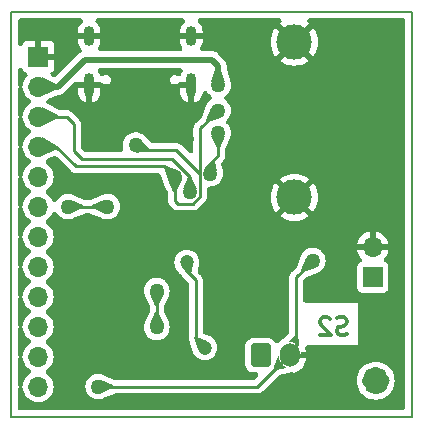
<source format=gbl>
%TF.GenerationSoftware,KiCad,Pcbnew,7.0.2*%
%TF.CreationDate,2025-03-07T15:38:25-05:00*%
%TF.ProjectId,2nPM1100,326e504d-3131-4303-902e-6b696361645f,rev?*%
%TF.SameCoordinates,Original*%
%TF.FileFunction,Copper,L2,Bot*%
%TF.FilePolarity,Positive*%
%FSLAX46Y46*%
G04 Gerber Fmt 4.6, Leading zero omitted, Abs format (unit mm)*
G04 Created by KiCad (PCBNEW 7.0.2) date 2025-03-07 15:38:25*
%MOMM*%
%LPD*%
G01*
G04 APERTURE LIST*
G04 Aperture macros list*
%AMRoundRect*
0 Rectangle with rounded corners*
0 $1 Rounding radius*
0 $2 $3 $4 $5 $6 $7 $8 $9 X,Y pos of 4 corners*
0 Add a 4 corners polygon primitive as box body*
4,1,4,$2,$3,$4,$5,$6,$7,$8,$9,$2,$3,0*
0 Add four circle primitives for the rounded corners*
1,1,$1+$1,$2,$3*
1,1,$1+$1,$4,$5*
1,1,$1+$1,$6,$7*
1,1,$1+$1,$8,$9*
0 Add four rect primitives between the rounded corners*
20,1,$1+$1,$2,$3,$4,$5,0*
20,1,$1+$1,$4,$5,$6,$7,0*
20,1,$1+$1,$6,$7,$8,$9,0*
20,1,$1+$1,$8,$9,$2,$3,0*%
G04 Aperture macros list end*
%TA.AperFunction,NonConductor*%
%ADD10C,0.200000*%
%TD*%
%TA.AperFunction,NonConductor*%
%ADD11C,1.150000*%
%TD*%
%ADD12C,0.300000*%
%TA.AperFunction,NonConductor*%
%ADD13C,0.300000*%
%TD*%
%TA.AperFunction,ComponentPad*%
%ADD14RoundRect,0.250000X-0.600000X-0.750000X0.600000X-0.750000X0.600000X0.750000X-0.600000X0.750000X0*%
%TD*%
%TA.AperFunction,ComponentPad*%
%ADD15O,1.700000X2.000000*%
%TD*%
%TA.AperFunction,ComponentPad*%
%ADD16R,1.700000X1.700000*%
%TD*%
%TA.AperFunction,ComponentPad*%
%ADD17O,1.700000X1.700000*%
%TD*%
%TA.AperFunction,ComponentPad*%
%ADD18C,3.000000*%
%TD*%
%TA.AperFunction,ComponentPad*%
%ADD19O,0.900000X2.000000*%
%TD*%
%TA.AperFunction,ComponentPad*%
%ADD20O,0.900000X1.700000*%
%TD*%
%TA.AperFunction,ViaPad*%
%ADD21C,1.270000*%
%TD*%
%TA.AperFunction,ViaPad*%
%ADD22C,1.200000*%
%TD*%
%TA.AperFunction,Conductor*%
%ADD23C,0.500000*%
%TD*%
%TA.AperFunction,Conductor*%
%ADD24C,0.250000*%
%TD*%
G04 APERTURE END LIST*
D10*
X111379000Y-66040000D02*
X111379000Y-100330000D01*
X111379000Y-100330000D02*
X77470000Y-100330000D01*
X77470000Y-66040000D02*
X111379000Y-66040000D01*
X77470000Y-100330000D02*
X77470000Y-66040000D01*
D11*
X108906000Y-97282000D02*
G75*
G03*
X108906000Y-97282000I-575000J0D01*
G01*
D12*
D13*
X105886285Y-93344000D02*
X105672000Y-93415428D01*
X105672000Y-93415428D02*
X105314857Y-93415428D01*
X105314857Y-93415428D02*
X105172000Y-93344000D01*
X105172000Y-93344000D02*
X105100571Y-93272571D01*
X105100571Y-93272571D02*
X105029142Y-93129714D01*
X105029142Y-93129714D02*
X105029142Y-92986857D01*
X105029142Y-92986857D02*
X105100571Y-92844000D01*
X105100571Y-92844000D02*
X105172000Y-92772571D01*
X105172000Y-92772571D02*
X105314857Y-92701142D01*
X105314857Y-92701142D02*
X105600571Y-92629714D01*
X105600571Y-92629714D02*
X105743428Y-92558285D01*
X105743428Y-92558285D02*
X105814857Y-92486857D01*
X105814857Y-92486857D02*
X105886285Y-92344000D01*
X105886285Y-92344000D02*
X105886285Y-92201142D01*
X105886285Y-92201142D02*
X105814857Y-92058285D01*
X105814857Y-92058285D02*
X105743428Y-91986857D01*
X105743428Y-91986857D02*
X105600571Y-91915428D01*
X105600571Y-91915428D02*
X105243428Y-91915428D01*
X105243428Y-91915428D02*
X105029142Y-91986857D01*
X104457714Y-92058285D02*
X104386286Y-91986857D01*
X104386286Y-91986857D02*
X104243429Y-91915428D01*
X104243429Y-91915428D02*
X103886286Y-91915428D01*
X103886286Y-91915428D02*
X103743429Y-91986857D01*
X103743429Y-91986857D02*
X103672000Y-92058285D01*
X103672000Y-92058285D02*
X103600571Y-92201142D01*
X103600571Y-92201142D02*
X103600571Y-92344000D01*
X103600571Y-92344000D02*
X103672000Y-92558285D01*
X103672000Y-92558285D02*
X104529143Y-93415428D01*
X104529143Y-93415428D02*
X103600571Y-93415428D01*
D14*
%TO.P,J1,1,Pin_1*%
%TO.N,Net-(J1-Pin_1)*%
X98592000Y-95123000D03*
D15*
%TO.P,J1,2,Pin_2*%
%TO.N,GND*%
X101092000Y-95123000D03*
%TD*%
D16*
%TO.P,J5,1,Pin_1*%
%TO.N,VSYS*%
X108077000Y-88524000D03*
D17*
%TO.P,J5,2,Pin_2*%
%TO.N,GND*%
X108077000Y-85984000D03*
%TD*%
D18*
%TO.P,J4,5,Shield*%
%TO.N,GND*%
X101440000Y-81754000D03*
X101440000Y-68614000D03*
%TD*%
D16*
%TO.P,J3,1,Pin_1*%
%TO.N,GND*%
X79756000Y-69850000D03*
D17*
%TO.P,J3,2,Pin_2*%
%TO.N,VBUS*%
X79756000Y-72390000D03*
%TO.P,J3,3,Pin_3*%
%TO.N,Net-(J3-Pin_3)*%
X79756000Y-74930000D03*
%TO.P,J3,4,Pin_4*%
%TO.N,Net-(J3-Pin_4)*%
X79756000Y-77470000D03*
%TO.P,J3,5,Pin_5*%
%TO.N,VOUTB*%
X79756000Y-80010000D03*
%TO.P,J3,6,Pin_6*%
X79756000Y-82550000D03*
%TO.P,J3,7,Pin_7*%
%TO.N,Net-(J3-Pin_7)*%
X79756000Y-85090000D03*
%TO.P,J3,8,Pin_8*%
%TO.N,SHPACT*%
X79756000Y-87630000D03*
%TO.P,J3,9,Pin_9*%
%TO.N,Net-(J3-Pin_9)*%
X79756000Y-90170000D03*
%TO.P,J3,10,Pin_10*%
%TO.N,CHG*%
X79756000Y-92710000D03*
%TO.P,J3,11,Pin_11*%
%TO.N,ERR*%
X79756000Y-95250000D03*
%TO.P,J3,12,Pin_12*%
%TO.N,Low_Batt*%
X79756000Y-97790000D03*
%TD*%
D19*
%TO.P,J2,S1,SHIELD*%
%TO.N,GND*%
X92712000Y-72288000D03*
D20*
X92712000Y-68118000D03*
D19*
X84072000Y-72288000D03*
D20*
X84072000Y-68118000D03*
%TD*%
D21*
%TO.N,VBUS*%
X94996000Y-72263000D03*
%TO.N,GND*%
X92329000Y-76835000D03*
X88011000Y-91567000D03*
X105029000Y-86995000D03*
X85471000Y-76962000D03*
%TO.N,VOUTB*%
X85598000Y-82550000D03*
X82296000Y-82550000D03*
%TO.N,Net-(J3-Pin_3)*%
X92583000Y-81280000D03*
X94331500Y-79756000D03*
X94996000Y-76327000D03*
%TO.N,Low_Batt*%
X102997000Y-87122000D03*
X84836000Y-97790000D03*
%TO.N,Net-(U1-SHPHLD)*%
X89789000Y-92771000D03*
X89789000Y-89662000D03*
%TO.N,Net-(J3-Pin_4)*%
X88011000Y-77343000D03*
X91313000Y-80010000D03*
X94966500Y-74422000D03*
D22*
%TO.N,Net-(U1-NTC)*%
X93853000Y-94488000D03*
X92329000Y-87249000D03*
%TD*%
D23*
%TO.N,VBUS*%
X81407000Y-72390000D02*
X83693000Y-70104000D01*
X94996000Y-70612000D02*
X94996000Y-72263000D01*
X79756000Y-72390000D02*
X81407000Y-72390000D01*
X94488000Y-70104000D02*
X94996000Y-70612000D01*
X83693000Y-70104000D02*
X94488000Y-70104000D01*
D24*
%TO.N,VOUTB*%
X82296000Y-82550000D02*
X85598000Y-82550000D01*
%TO.N,Net-(J3-Pin_3)*%
X94331500Y-79756000D02*
X94331500Y-79853500D01*
X94331500Y-78896500D02*
X94996000Y-78232000D01*
X91059000Y-78486000D02*
X83439000Y-78486000D01*
X94331500Y-79853500D02*
X94361000Y-79883000D01*
X92583000Y-81280000D02*
X92583000Y-80010000D01*
X92583000Y-80010000D02*
X91059000Y-78486000D01*
X94331500Y-79756000D02*
X94331500Y-78896500D01*
X82804000Y-77851000D02*
X82804000Y-75565000D01*
X83439000Y-78486000D02*
X82804000Y-77851000D01*
X82169000Y-74930000D02*
X79756000Y-74930000D01*
X82804000Y-75565000D02*
X82169000Y-74930000D01*
X94996000Y-78232000D02*
X94996000Y-76327000D01*
%TO.N,Low_Batt*%
X98298000Y-97790000D02*
X84836000Y-97790000D01*
X101600000Y-94488000D02*
X98298000Y-97790000D01*
X102997000Y-87122000D02*
X101600000Y-88519000D01*
X101600000Y-88519000D02*
X101600000Y-94488000D01*
%TO.N,Net-(U1-SHPHLD)*%
X89789000Y-92771000D02*
X89789000Y-89662000D01*
%TO.N,Net-(J3-Pin_4)*%
X91313000Y-82042000D02*
X91313000Y-80010000D01*
X93472000Y-75916500D02*
X93472000Y-81661000D01*
X93472000Y-81661000D02*
X92837000Y-82296000D01*
X88011000Y-77343000D02*
X88392000Y-77724000D01*
X90424000Y-79121000D02*
X82931000Y-79121000D01*
X88392000Y-77724000D02*
X91440000Y-77724000D01*
X81280000Y-77470000D02*
X79756000Y-77470000D01*
X91567000Y-82296000D02*
X91313000Y-82042000D01*
X91440000Y-77724000D02*
X93472000Y-79756000D01*
X82931000Y-79121000D02*
X81280000Y-77470000D01*
X94966500Y-74422000D02*
X93472000Y-75916500D01*
X91313000Y-80010000D02*
X90424000Y-79121000D01*
X92837000Y-82296000D02*
X91567000Y-82296000D01*
%TO.N,Net-(U1-NTC)*%
X93853000Y-94488000D02*
X93091000Y-93726000D01*
X93091000Y-93726000D02*
X93091000Y-88773000D01*
X93091000Y-88773000D02*
X92329000Y-88011000D01*
X92329000Y-88011000D02*
X92329000Y-87249000D01*
%TD*%
%TA.AperFunction,Conductor*%
%TO.N,Net-(J3-Pin_4)*%
G36*
X94390925Y-74183570D02*
G01*
X94962708Y-74419437D01*
X94969049Y-74425760D01*
X94969062Y-74425791D01*
X95204914Y-74997537D01*
X95204901Y-75006492D01*
X95198560Y-75012815D01*
X95198252Y-75012937D01*
X94163938Y-75405727D01*
X94154987Y-75405460D01*
X94151511Y-75403062D01*
X93985437Y-75236988D01*
X93982010Y-75228715D01*
X93982770Y-75224566D01*
X94375564Y-74190244D01*
X94381703Y-74183730D01*
X94390654Y-74183463D01*
X94390925Y-74183570D01*
G37*
%TD.AperFunction*%
%TD*%
%TA.AperFunction,Conductor*%
%TO.N,Net-(U1-SHPHLD)*%
G36*
X89914705Y-91504427D02*
G01*
X89917103Y-91507903D01*
X90370729Y-92517018D01*
X90370996Y-92525969D01*
X90364855Y-92532486D01*
X90364551Y-92532618D01*
X89793493Y-92770131D01*
X89784538Y-92770144D01*
X89784507Y-92770131D01*
X89517966Y-92659272D01*
X89213447Y-92532617D01*
X89207125Y-92526277D01*
X89207138Y-92517322D01*
X89207243Y-92517078D01*
X89660896Y-91507903D01*
X89667414Y-91501762D01*
X89671568Y-91501000D01*
X89906432Y-91501000D01*
X89914705Y-91504427D01*
G37*
%TD.AperFunction*%
%TD*%
%TA.AperFunction,Conductor*%
%TO.N,Low_Batt*%
G36*
X85089677Y-97208138D02*
G01*
X85089950Y-97208256D01*
X86099098Y-97661897D01*
X86105238Y-97668413D01*
X86106000Y-97672567D01*
X86106000Y-97907432D01*
X86102573Y-97915705D01*
X86099097Y-97918103D01*
X85089981Y-98371729D01*
X85081030Y-98371996D01*
X85074513Y-98365855D01*
X85074402Y-98365600D01*
X84836867Y-97794491D01*
X84836855Y-97785539D01*
X85074383Y-97214445D01*
X85080722Y-97208125D01*
X85089677Y-97208138D01*
G37*
%TD.AperFunction*%
%TD*%
%TA.AperFunction,Conductor*%
%TO.N,VOUTB*%
G36*
X85359486Y-81974144D02*
G01*
X85359618Y-81974448D01*
X85597131Y-82545506D01*
X85597144Y-82554461D01*
X85597131Y-82554492D01*
X85359618Y-83125551D01*
X85353277Y-83131874D01*
X85344322Y-83131861D01*
X85344018Y-83131729D01*
X84334903Y-82678103D01*
X84328762Y-82671586D01*
X84328000Y-82667432D01*
X84328000Y-82432567D01*
X84331427Y-82424294D01*
X84334899Y-82421898D01*
X85344020Y-81968269D01*
X85352969Y-81968003D01*
X85359486Y-81974144D01*
G37*
%TD.AperFunction*%
%TD*%
%TA.AperFunction,Conductor*%
%TO.N,Net-(U1-NTC)*%
G36*
X92335530Y-87251296D02*
G01*
X92874392Y-87474902D01*
X92880720Y-87481238D01*
X92881364Y-87488084D01*
X92727810Y-88228899D01*
X92724627Y-88234797D01*
X92559155Y-88400269D01*
X92550882Y-88403696D01*
X92542609Y-88400269D01*
X92542087Y-88399712D01*
X91911952Y-87681488D01*
X91909072Y-87673009D01*
X91912458Y-87665515D01*
X92322761Y-87253842D01*
X92331026Y-87250403D01*
X92335530Y-87251296D01*
G37*
%TD.AperFunction*%
%TD*%
%TA.AperFunction,Conductor*%
%TO.N,VBUS*%
G36*
X80091818Y-71609833D02*
G01*
X80092425Y-71610105D01*
X81263098Y-72177716D01*
X81266266Y-72179970D01*
X81606090Y-72519794D01*
X81609517Y-72528067D01*
X81606090Y-72536340D01*
X81602333Y-72538860D01*
X80092101Y-73170770D01*
X80083146Y-73170802D01*
X80076792Y-73164493D01*
X80076780Y-73164466D01*
X79757154Y-72395188D01*
X79757146Y-72386239D01*
X80076530Y-71616156D01*
X80082863Y-71609829D01*
X80091818Y-71609833D01*
G37*
%TD.AperFunction*%
%TD*%
%TA.AperFunction,Conductor*%
%TO.N,Net-(J3-Pin_4)*%
G36*
X91888552Y-80248382D02*
G01*
X91894874Y-80254722D01*
X91894861Y-80263677D01*
X91894729Y-80263981D01*
X91441103Y-81273097D01*
X91434586Y-81279238D01*
X91430432Y-81280000D01*
X91195568Y-81280000D01*
X91187295Y-81276573D01*
X91184897Y-81273097D01*
X90731270Y-80263981D01*
X90731003Y-80255030D01*
X90737144Y-80248513D01*
X90737375Y-80248412D01*
X91308508Y-80010867D01*
X91317460Y-80010855D01*
X91888552Y-80248382D01*
G37*
%TD.AperFunction*%
%TD*%
%TA.AperFunction,Conductor*%
%TO.N,Net-(U1-SHPHLD)*%
G36*
X90364552Y-89900382D02*
G01*
X90370874Y-89906722D01*
X90370861Y-89915677D01*
X90370729Y-89915981D01*
X89917103Y-90925097D01*
X89910586Y-90931238D01*
X89906432Y-90932000D01*
X89671568Y-90932000D01*
X89663295Y-90928573D01*
X89660897Y-90925097D01*
X89207270Y-89915981D01*
X89207003Y-89907030D01*
X89213144Y-89900513D01*
X89213375Y-89900412D01*
X89784508Y-89662867D01*
X89793460Y-89662855D01*
X90364552Y-89900382D01*
G37*
%TD.AperFunction*%
%TD*%
%TA.AperFunction,Conductor*%
%TO.N,Net-(J3-Pin_3)*%
G36*
X94541655Y-78526197D02*
G01*
X94542483Y-78526950D01*
X94707881Y-78692348D01*
X94710947Y-78697739D01*
X94915670Y-79503185D01*
X94914387Y-79512047D01*
X94908815Y-79516874D01*
X94338030Y-79753704D01*
X94329075Y-79753709D01*
X94325260Y-79751157D01*
X93889980Y-79314504D01*
X93886566Y-79306226D01*
X93889239Y-79298800D01*
X94525186Y-78527776D01*
X94533092Y-78523577D01*
X94541655Y-78526197D01*
G37*
%TD.AperFunction*%
%TD*%
%TA.AperFunction,Conductor*%
%TO.N,Net-(J3-Pin_3)*%
G36*
X80091836Y-74149791D02*
G01*
X80092413Y-74150049D01*
X81449366Y-74801814D01*
X81455339Y-74808484D01*
X81456000Y-74812360D01*
X81456000Y-75047639D01*
X81452573Y-75055912D01*
X81449366Y-75058186D01*
X80092413Y-75709950D01*
X80083471Y-75710442D01*
X80076800Y-75704469D01*
X80076542Y-75703892D01*
X79756865Y-74934488D01*
X79756856Y-74925533D01*
X79756856Y-74925532D01*
X80076542Y-74156106D01*
X80082881Y-74149782D01*
X80091836Y-74149791D01*
G37*
%TD.AperFunction*%
%TD*%
%TA.AperFunction,Conductor*%
%TO.N,VBUS*%
G36*
X95245796Y-70996427D02*
G01*
X95248641Y-71001055D01*
X95579290Y-72009706D01*
X95578611Y-72018635D01*
X95572665Y-72024154D01*
X95000493Y-72262131D01*
X94991538Y-72262144D01*
X94991507Y-72262131D01*
X94419334Y-72024154D01*
X94413011Y-72017813D01*
X94412709Y-72009706D01*
X94743359Y-71001055D01*
X94749193Y-70994261D01*
X94754477Y-70993000D01*
X95237523Y-70993000D01*
X95245796Y-70996427D01*
G37*
%TD.AperFunction*%
%TD*%
%TA.AperFunction,Conductor*%
%TO.N,Net-(J3-Pin_4)*%
G36*
X80091443Y-76690735D02*
G01*
X80092838Y-76691427D01*
X81479705Y-77498420D01*
X81485133Y-77505543D01*
X81483934Y-77514417D01*
X81482094Y-77516806D01*
X81317531Y-77681369D01*
X81314179Y-77683711D01*
X80092339Y-78250171D01*
X80083392Y-78250542D01*
X80076803Y-78244477D01*
X80076611Y-78244038D01*
X79757152Y-77473777D01*
X79757149Y-77464825D01*
X80076150Y-76697049D01*
X80082488Y-76690726D01*
X80091443Y-76690735D01*
G37*
%TD.AperFunction*%
%TD*%
%TA.AperFunction,Conductor*%
%TO.N,Net-(J3-Pin_3)*%
G36*
X92708705Y-80013427D02*
G01*
X92711103Y-80016903D01*
X93164729Y-81026018D01*
X93164996Y-81034969D01*
X93158855Y-81041486D01*
X93158551Y-81041618D01*
X92587493Y-81279131D01*
X92578538Y-81279144D01*
X92578507Y-81279131D01*
X92311966Y-81168272D01*
X92007447Y-81041617D01*
X92001125Y-81035277D01*
X92001138Y-81026322D01*
X92001243Y-81026078D01*
X92454896Y-80016903D01*
X92461414Y-80010762D01*
X92465568Y-80010000D01*
X92700432Y-80010000D01*
X92708705Y-80013427D01*
G37*
%TD.AperFunction*%
%TD*%
%TA.AperFunction,Conductor*%
%TO.N,VOUTB*%
G36*
X82549677Y-81968138D02*
G01*
X82549950Y-81968256D01*
X83559098Y-82421897D01*
X83565238Y-82428413D01*
X83566000Y-82432567D01*
X83566000Y-82667432D01*
X83562573Y-82675705D01*
X83559097Y-82678103D01*
X82549981Y-83131729D01*
X82541030Y-83131996D01*
X82534513Y-83125855D01*
X82534402Y-83125600D01*
X82296867Y-82554491D01*
X82296855Y-82545539D01*
X82534383Y-81974445D01*
X82540722Y-81968125D01*
X82549677Y-81968138D01*
G37*
%TD.AperFunction*%
%TD*%
%TA.AperFunction,Conductor*%
%TO.N,Low_Batt*%
G36*
X100140545Y-95143370D02*
G01*
X100141500Y-95148000D01*
X100141500Y-95321206D01*
X100141528Y-95321482D01*
X100141529Y-95321500D01*
X100156154Y-95465322D01*
X100214025Y-95649766D01*
X100214026Y-95649768D01*
X100307841Y-95818791D01*
X100433760Y-95965468D01*
X100586627Y-96083796D01*
X100760184Y-96168930D01*
X100778965Y-96173792D01*
X100786114Y-96179182D01*
X100787358Y-96188050D01*
X100781967Y-96195201D01*
X100778550Y-96196544D01*
X99873615Y-96396041D01*
X99864798Y-96394475D01*
X99862823Y-96392888D01*
X99696023Y-96226088D01*
X99692596Y-96217815D01*
X99693424Y-96213491D01*
X99745744Y-96081946D01*
X100118928Y-95143675D01*
X100125170Y-95137255D01*
X100134124Y-95137128D01*
X100140545Y-95143370D01*
G37*
%TD.AperFunction*%
%TD*%
%TA.AperFunction,Conductor*%
%TO.N,Net-(U1-NTC)*%
G36*
X93218011Y-93604396D02*
G01*
X94071364Y-93929389D01*
X94077875Y-93935535D01*
X94078133Y-93944486D01*
X94078011Y-93944792D01*
X93854857Y-94484507D01*
X93848529Y-94490844D01*
X93848506Y-94490853D01*
X93310639Y-94712674D01*
X93301684Y-94712660D01*
X93295362Y-94706319D01*
X93294971Y-94705219D01*
X92970493Y-93618678D01*
X92971410Y-93609770D01*
X92978357Y-93604119D01*
X92981705Y-93603630D01*
X93213847Y-93603630D01*
X93218011Y-93604396D01*
G37*
%TD.AperFunction*%
%TD*%
%TA.AperFunction,Conductor*%
%TO.N,Low_Batt*%
G36*
X102421425Y-86883570D02*
G01*
X102993208Y-87119437D01*
X102999549Y-87125760D01*
X102999562Y-87125791D01*
X103235414Y-87697537D01*
X103235401Y-87706492D01*
X103229060Y-87712815D01*
X103228752Y-87712937D01*
X102194438Y-88105727D01*
X102185487Y-88105460D01*
X102182011Y-88103062D01*
X102015937Y-87936988D01*
X102012510Y-87928715D01*
X102013270Y-87924566D01*
X102406064Y-86890244D01*
X102412203Y-86883730D01*
X102421154Y-86883463D01*
X102421425Y-86883570D01*
G37*
%TD.AperFunction*%
%TD*%
%TA.AperFunction,Conductor*%
%TO.N,Net-(J3-Pin_4)*%
G36*
X90427026Y-79001894D02*
G01*
X91544665Y-79419103D01*
X91551216Y-79425206D01*
X91551533Y-79434155D01*
X91551388Y-79434525D01*
X91315853Y-80005507D01*
X91309530Y-80011848D01*
X91309508Y-80011857D01*
X90738153Y-80248117D01*
X90729198Y-80248112D01*
X90722870Y-80241776D01*
X90722522Y-80240818D01*
X90411769Y-79247706D01*
X90411235Y-79244212D01*
X90411235Y-79012856D01*
X90414662Y-79004583D01*
X90422935Y-79001156D01*
X90427026Y-79001894D01*
G37*
%TD.AperFunction*%
%TD*%
%TA.AperFunction,Conductor*%
%TO.N,Low_Batt*%
G36*
X101723131Y-93463218D02*
G01*
X101726439Y-93469828D01*
X101805969Y-94024414D01*
X101855538Y-94370074D01*
X101853320Y-94378750D01*
X101845617Y-94383317D01*
X101836941Y-94381099D01*
X101835079Y-94379356D01*
X101750241Y-94280533D01*
X101597372Y-94162203D01*
X101423814Y-94077069D01*
X101236676Y-94028614D01*
X101052107Y-94019254D01*
X101043610Y-94018824D01*
X101043609Y-94018824D01*
X100875613Y-94044560D01*
X100866916Y-94042426D01*
X100862276Y-94034767D01*
X100864410Y-94026070D01*
X100865880Y-94024421D01*
X101471635Y-93462909D01*
X101479589Y-93459791D01*
X101714858Y-93459791D01*
X101723131Y-93463218D01*
G37*
%TD.AperFunction*%
%TD*%
%TA.AperFunction,Conductor*%
%TO.N,Net-(J3-Pin_3)*%
G36*
X95571552Y-76565382D02*
G01*
X95577874Y-76571722D01*
X95577861Y-76580677D01*
X95577729Y-76580981D01*
X95124103Y-77590097D01*
X95117586Y-77596238D01*
X95113432Y-77597000D01*
X94878568Y-77597000D01*
X94870295Y-77593573D01*
X94867897Y-77590097D01*
X94414270Y-76580981D01*
X94414003Y-76572030D01*
X94420144Y-76565513D01*
X94420375Y-76565412D01*
X94991508Y-76327867D01*
X95000460Y-76327855D01*
X95571552Y-76565382D01*
G37*
%TD.AperFunction*%
%TD*%
%TA.AperFunction,Conductor*%
%TO.N,Net-(J3-Pin_4)*%
G36*
X88468137Y-76902407D02*
G01*
X88468261Y-76902533D01*
X89137177Y-77595600D01*
X89140458Y-77603725D01*
X89140458Y-77838560D01*
X89137031Y-77846833D01*
X89130086Y-77850184D01*
X88024007Y-77976514D01*
X88015398Y-77974049D01*
X88011055Y-77966218D01*
X88010979Y-77964908D01*
X88010007Y-77347861D01*
X88013419Y-77339587D01*
X88451593Y-76902388D01*
X88459868Y-76898971D01*
X88468137Y-76902407D01*
G37*
%TD.AperFunction*%
%TD*%
%TA.AperFunction,Conductor*%
%TO.N,GND*%
G36*
X83409591Y-66609866D02*
G01*
X83484946Y-66664615D01*
X83531519Y-66745280D01*
X83541255Y-66837914D01*
X83512472Y-66926500D01*
X83472811Y-66976854D01*
X83347461Y-67096007D01*
X83237086Y-67254586D01*
X83160894Y-67432135D01*
X83122000Y-67621395D01*
X83122000Y-67868000D01*
X83772000Y-67868000D01*
X83772000Y-68368000D01*
X83122000Y-68368000D01*
X83122000Y-68560492D01*
X83122574Y-68571823D01*
X83136648Y-68710222D01*
X83194488Y-68894570D01*
X83288253Y-69063502D01*
X83375716Y-69165386D01*
X83420367Y-69247130D01*
X83427910Y-69339969D01*
X83397039Y-69427849D01*
X83343895Y-69487624D01*
X83282971Y-69535353D01*
X83272081Y-69543365D01*
X83225072Y-69575815D01*
X83187196Y-69618567D01*
X83177924Y-69628417D01*
X81289426Y-71516915D01*
X81211308Y-71567645D01*
X81119311Y-71582216D01*
X81033308Y-71560081D01*
X80913992Y-71502230D01*
X80840460Y-71445055D01*
X80796540Y-71362916D01*
X80789826Y-71270013D01*
X80821480Y-71182412D01*
X80877480Y-71121351D01*
X80963188Y-71057190D01*
X81049353Y-70942087D01*
X81099598Y-70807374D01*
X81105358Y-70753798D01*
X81106000Y-70741833D01*
X81106000Y-70100000D01*
X80189686Y-70100000D01*
X80215493Y-70059844D01*
X80256000Y-69921889D01*
X80256000Y-69778111D01*
X80215493Y-69640156D01*
X80189686Y-69600000D01*
X81106000Y-69600000D01*
X81106000Y-68958166D01*
X81105358Y-68946201D01*
X81099598Y-68892625D01*
X81049353Y-68757912D01*
X80963189Y-68642810D01*
X80848087Y-68556646D01*
X80713374Y-68506401D01*
X80659798Y-68500641D01*
X80647834Y-68500000D01*
X80006000Y-68500000D01*
X80006000Y-69414498D01*
X79898315Y-69365320D01*
X79791763Y-69350000D01*
X79720237Y-69350000D01*
X79613685Y-69365320D01*
X79506000Y-69414498D01*
X79506000Y-68500000D01*
X78864166Y-68500000D01*
X78852201Y-68500641D01*
X78798625Y-68506401D01*
X78663912Y-68556646D01*
X78548810Y-68642810D01*
X78462646Y-68757912D01*
X78454377Y-68780083D01*
X78404393Y-68858680D01*
X78326762Y-68910152D01*
X78234907Y-68925599D01*
X78144711Y-68902349D01*
X78071770Y-68844423D01*
X78028695Y-68761837D01*
X78020500Y-68701804D01*
X78020500Y-66814500D01*
X78039866Y-66723391D01*
X78094615Y-66648036D01*
X78175280Y-66601463D01*
X78244500Y-66590500D01*
X83318482Y-66590500D01*
X83409591Y-66609866D01*
G37*
%TD.AperFunction*%
%TA.AperFunction,Conductor*%
G36*
X92049591Y-66609866D02*
G01*
X92124946Y-66664615D01*
X92171519Y-66745280D01*
X92181255Y-66837914D01*
X92152472Y-66926500D01*
X92112811Y-66976854D01*
X91987461Y-67096007D01*
X91877086Y-67254586D01*
X91800894Y-67432135D01*
X91762000Y-67621395D01*
X91762000Y-67868000D01*
X92412000Y-67868000D01*
X92412000Y-68368000D01*
X91762000Y-68368000D01*
X91762000Y-68560492D01*
X91762574Y-68571823D01*
X91776648Y-68710222D01*
X91834486Y-68894566D01*
X91932300Y-69070792D01*
X91959583Y-69159852D01*
X91948283Y-69252308D01*
X91900355Y-69332175D01*
X91824086Y-69385644D01*
X91736446Y-69403500D01*
X85041957Y-69403500D01*
X84950848Y-69384134D01*
X84875493Y-69329385D01*
X84828920Y-69248720D01*
X84819184Y-69156086D01*
X84847967Y-69067500D01*
X84858107Y-69051535D01*
X84906913Y-68981413D01*
X84983105Y-68803864D01*
X85022000Y-68614604D01*
X85022000Y-68368000D01*
X84372000Y-68368000D01*
X84372000Y-67868000D01*
X85022000Y-67868000D01*
X85022000Y-67675507D01*
X85021425Y-67664176D01*
X85007351Y-67525777D01*
X84949511Y-67341429D01*
X84855748Y-67172500D01*
X84729890Y-67025892D01*
X84685632Y-66991634D01*
X84625439Y-66920552D01*
X84599361Y-66831132D01*
X84611909Y-66738837D01*
X84660911Y-66659624D01*
X84737896Y-66607191D01*
X84822743Y-66590500D01*
X91958482Y-66590500D01*
X92049591Y-66609866D01*
G37*
%TD.AperFunction*%
%TA.AperFunction,Conductor*%
G36*
X100223824Y-66609866D02*
G01*
X100299179Y-66664615D01*
X100345752Y-66745280D01*
X100355488Y-66837914D01*
X100326705Y-66926500D01*
X100266953Y-66993821D01*
X100213437Y-67033882D01*
X100820389Y-67640835D01*
X100661931Y-67760499D01*
X100518348Y-67918001D01*
X100469439Y-67996992D01*
X99859883Y-67387436D01*
X99859882Y-67387437D01*
X99753196Y-67529953D01*
X99616089Y-67781046D01*
X99516112Y-68049096D01*
X99455299Y-68328646D01*
X99434890Y-68614000D01*
X99455299Y-68899353D01*
X99516112Y-69178903D01*
X99616089Y-69446953D01*
X99753196Y-69698046D01*
X99859882Y-69840561D01*
X100469437Y-69231006D01*
X100518348Y-69309999D01*
X100661931Y-69467501D01*
X100820388Y-69587163D01*
X100213437Y-70194115D01*
X100355957Y-70300805D01*
X100607046Y-70437910D01*
X100875096Y-70537887D01*
X101154646Y-70598700D01*
X101440000Y-70619109D01*
X101725353Y-70598700D01*
X102004903Y-70537887D01*
X102272953Y-70437910D01*
X102524042Y-70300805D01*
X102666561Y-70194115D01*
X102059610Y-69587164D01*
X102218069Y-69467501D01*
X102361652Y-69309999D01*
X102410561Y-69231007D01*
X103020115Y-69840561D01*
X103126805Y-69698042D01*
X103263910Y-69446953D01*
X103363887Y-69178903D01*
X103424700Y-68899353D01*
X103445109Y-68613999D01*
X103424700Y-68328646D01*
X103363887Y-68049096D01*
X103263910Y-67781046D01*
X103126805Y-67529957D01*
X103020115Y-67387437D01*
X102410560Y-67996991D01*
X102361652Y-67918001D01*
X102218069Y-67760499D01*
X102059609Y-67640834D01*
X102666562Y-67033882D01*
X102613046Y-66993821D01*
X102551715Y-66923718D01*
X102524199Y-66834731D01*
X102535258Y-66742245D01*
X102582977Y-66662253D01*
X102659107Y-66608586D01*
X102747284Y-66590500D01*
X110604500Y-66590500D01*
X110695609Y-66609866D01*
X110770964Y-66664615D01*
X110817537Y-66745280D01*
X110828500Y-66814500D01*
X110828500Y-99555500D01*
X110809134Y-99646609D01*
X110754385Y-99721964D01*
X110673720Y-99768537D01*
X110604500Y-99779500D01*
X78244500Y-99779500D01*
X78153391Y-99760134D01*
X78078036Y-99705385D01*
X78031463Y-99624720D01*
X78020500Y-99555500D01*
X78020500Y-98005159D01*
X78039866Y-97914050D01*
X78094615Y-97838695D01*
X78175280Y-97792122D01*
X78191590Y-97790407D01*
X78116019Y-97758330D01*
X78052495Y-97690209D01*
X78022170Y-97602139D01*
X78020500Y-97574840D01*
X78020500Y-95465159D01*
X78039866Y-95374050D01*
X78094615Y-95298695D01*
X78175280Y-95252122D01*
X78191590Y-95250407D01*
X78116019Y-95218330D01*
X78052495Y-95150209D01*
X78022170Y-95062139D01*
X78020500Y-95034840D01*
X78020500Y-92925159D01*
X78039866Y-92834050D01*
X78094615Y-92758695D01*
X78175280Y-92712122D01*
X78191590Y-92710407D01*
X78116019Y-92678330D01*
X78052495Y-92610209D01*
X78022170Y-92522139D01*
X78020500Y-92494840D01*
X78020500Y-90385159D01*
X78039866Y-90294050D01*
X78094615Y-90218695D01*
X78175280Y-90172122D01*
X78191590Y-90170407D01*
X78116019Y-90138330D01*
X78052495Y-90070209D01*
X78022170Y-89982139D01*
X78020500Y-89954840D01*
X78020500Y-87845159D01*
X78039866Y-87754050D01*
X78094615Y-87678695D01*
X78175280Y-87632122D01*
X78191590Y-87630407D01*
X78116019Y-87598330D01*
X78052495Y-87530209D01*
X78022170Y-87442139D01*
X78020500Y-87414840D01*
X78020500Y-85305159D01*
X78039866Y-85214050D01*
X78094615Y-85138695D01*
X78175280Y-85092122D01*
X78191590Y-85090407D01*
X78116019Y-85058330D01*
X78052495Y-84990209D01*
X78022170Y-84902139D01*
X78020500Y-84874840D01*
X78020500Y-82765159D01*
X78039866Y-82674050D01*
X78094615Y-82598695D01*
X78175280Y-82552122D01*
X78191590Y-82550407D01*
X78116019Y-82518330D01*
X78052495Y-82450209D01*
X78022170Y-82362139D01*
X78020500Y-82334840D01*
X78020500Y-80225159D01*
X78039866Y-80134050D01*
X78094615Y-80058695D01*
X78175280Y-80012122D01*
X78191590Y-80010407D01*
X78116019Y-79978330D01*
X78052495Y-79910209D01*
X78022170Y-79822139D01*
X78020500Y-79794840D01*
X78020500Y-77685159D01*
X78039866Y-77594050D01*
X78094615Y-77518695D01*
X78175280Y-77472122D01*
X78191590Y-77470407D01*
X78116019Y-77438330D01*
X78052495Y-77370209D01*
X78022170Y-77282139D01*
X78020500Y-77254840D01*
X78020500Y-75145159D01*
X78039866Y-75054050D01*
X78094615Y-74978695D01*
X78175280Y-74932122D01*
X78191590Y-74930407D01*
X78116019Y-74898330D01*
X78052495Y-74830209D01*
X78022170Y-74742139D01*
X78020500Y-74714840D01*
X78020500Y-72605159D01*
X78039866Y-72514050D01*
X78094615Y-72438695D01*
X78175280Y-72392122D01*
X78191590Y-72390407D01*
X78116019Y-72358330D01*
X78052495Y-72290209D01*
X78022170Y-72202139D01*
X78020500Y-72174840D01*
X78020500Y-70998195D01*
X78039866Y-70907086D01*
X78094615Y-70831731D01*
X78175280Y-70785158D01*
X78267914Y-70775422D01*
X78356500Y-70804205D01*
X78425720Y-70866531D01*
X78454377Y-70919917D01*
X78462645Y-70942087D01*
X78548810Y-71057189D01*
X78663912Y-71143353D01*
X78701178Y-71157253D01*
X78779775Y-71207237D01*
X78831247Y-71284868D01*
X78846694Y-71376722D01*
X78823444Y-71466918D01*
X78781293Y-71525520D01*
X78755952Y-71550861D01*
X78625431Y-71737265D01*
X78529260Y-71943504D01*
X78470365Y-72163304D01*
X78467648Y-72194363D01*
X78440415Y-72283437D01*
X78379307Y-72353734D01*
X78297351Y-72391950D01*
X78356500Y-72411169D01*
X78425720Y-72473495D01*
X78463605Y-72558587D01*
X78467648Y-72585637D01*
X78470365Y-72616695D01*
X78529260Y-72836495D01*
X78625431Y-73042734D01*
X78755951Y-73229137D01*
X78916862Y-73390048D01*
X79040343Y-73476510D01*
X79103867Y-73544631D01*
X79134192Y-73632701D01*
X79126074Y-73725491D01*
X79080917Y-73806957D01*
X79040343Y-73843490D01*
X78916862Y-73929951D01*
X78755951Y-74090862D01*
X78625431Y-74277265D01*
X78529260Y-74483504D01*
X78470365Y-74703304D01*
X78467648Y-74734363D01*
X78440415Y-74823437D01*
X78379307Y-74893734D01*
X78297351Y-74931950D01*
X78356500Y-74951169D01*
X78425720Y-75013495D01*
X78463605Y-75098587D01*
X78467648Y-75125637D01*
X78470365Y-75156695D01*
X78529260Y-75376495D01*
X78625431Y-75582734D01*
X78755951Y-75769137D01*
X78916862Y-75930048D01*
X79040343Y-76016510D01*
X79103867Y-76084631D01*
X79134192Y-76172701D01*
X79126074Y-76265491D01*
X79080917Y-76346957D01*
X79040343Y-76383490D01*
X78916862Y-76469951D01*
X78755951Y-76630862D01*
X78625431Y-76817265D01*
X78529260Y-77023504D01*
X78470365Y-77243304D01*
X78467648Y-77274363D01*
X78440415Y-77363437D01*
X78379307Y-77433734D01*
X78297351Y-77471950D01*
X78356500Y-77491169D01*
X78425720Y-77553495D01*
X78463605Y-77638587D01*
X78467648Y-77665637D01*
X78470365Y-77696695D01*
X78529260Y-77916495D01*
X78625431Y-78122734D01*
X78755951Y-78309137D01*
X78916862Y-78470048D01*
X79040343Y-78556510D01*
X79103867Y-78624631D01*
X79134192Y-78712701D01*
X79126074Y-78805491D01*
X79080917Y-78886957D01*
X79040343Y-78923490D01*
X78916862Y-79009951D01*
X78755951Y-79170862D01*
X78625431Y-79357265D01*
X78529260Y-79563504D01*
X78470365Y-79783304D01*
X78467648Y-79814363D01*
X78440415Y-79903437D01*
X78379307Y-79973734D01*
X78297351Y-80011950D01*
X78356500Y-80031169D01*
X78425720Y-80093495D01*
X78463605Y-80178587D01*
X78467648Y-80205637D01*
X78470365Y-80236695D01*
X78529260Y-80456495D01*
X78625431Y-80662734D01*
X78755951Y-80849137D01*
X78916862Y-81010048D01*
X79040343Y-81096510D01*
X79103867Y-81164631D01*
X79134192Y-81252701D01*
X79126074Y-81345491D01*
X79080917Y-81426957D01*
X79040343Y-81463490D01*
X78916862Y-81549951D01*
X78755951Y-81710862D01*
X78625431Y-81897265D01*
X78529260Y-82103504D01*
X78470365Y-82323304D01*
X78467648Y-82354363D01*
X78440415Y-82443437D01*
X78379307Y-82513734D01*
X78297351Y-82551950D01*
X78356500Y-82571169D01*
X78425720Y-82633495D01*
X78463605Y-82718587D01*
X78467648Y-82745637D01*
X78470365Y-82776695D01*
X78529260Y-82996495D01*
X78625431Y-83202734D01*
X78755951Y-83389137D01*
X78755953Y-83389138D01*
X78755953Y-83389139D01*
X78916861Y-83550047D01*
X79040343Y-83636509D01*
X79103867Y-83704629D01*
X79134192Y-83792699D01*
X79126075Y-83885489D01*
X79080918Y-83966955D01*
X79040344Y-84003489D01*
X78916860Y-84089953D01*
X78755951Y-84250862D01*
X78625431Y-84437265D01*
X78529260Y-84643504D01*
X78470365Y-84863304D01*
X78467648Y-84894363D01*
X78440415Y-84983437D01*
X78379307Y-85053734D01*
X78297351Y-85091950D01*
X78356500Y-85111169D01*
X78425720Y-85173495D01*
X78463605Y-85258587D01*
X78467648Y-85285637D01*
X78470365Y-85316695D01*
X78529260Y-85536495D01*
X78625431Y-85742734D01*
X78755951Y-85929137D01*
X78916862Y-86090048D01*
X79040343Y-86176510D01*
X79103867Y-86244631D01*
X79134192Y-86332701D01*
X79126074Y-86425491D01*
X79080917Y-86506957D01*
X79040343Y-86543490D01*
X78916862Y-86629951D01*
X78755951Y-86790862D01*
X78625431Y-86977265D01*
X78529260Y-87183504D01*
X78470365Y-87403304D01*
X78467648Y-87434363D01*
X78440415Y-87523437D01*
X78379307Y-87593734D01*
X78297351Y-87631950D01*
X78356500Y-87651169D01*
X78425720Y-87713495D01*
X78463605Y-87798587D01*
X78467648Y-87825637D01*
X78470365Y-87856695D01*
X78529260Y-88076495D01*
X78625431Y-88282734D01*
X78755951Y-88469137D01*
X78916862Y-88630048D01*
X79040343Y-88716510D01*
X79103867Y-88784631D01*
X79134192Y-88872701D01*
X79126074Y-88965491D01*
X79080917Y-89046957D01*
X79040343Y-89083490D01*
X78916862Y-89169951D01*
X78755951Y-89330862D01*
X78625431Y-89517265D01*
X78529260Y-89723504D01*
X78470365Y-89943304D01*
X78467648Y-89974363D01*
X78440415Y-90063437D01*
X78379307Y-90133734D01*
X78297351Y-90171950D01*
X78356500Y-90191169D01*
X78425720Y-90253495D01*
X78463605Y-90338587D01*
X78467648Y-90365637D01*
X78470365Y-90396695D01*
X78529260Y-90616495D01*
X78625431Y-90822734D01*
X78755951Y-91009137D01*
X78755953Y-91009139D01*
X78916861Y-91170047D01*
X79040343Y-91256509D01*
X79103867Y-91324629D01*
X79134192Y-91412699D01*
X79126075Y-91505489D01*
X79080918Y-91586955D01*
X79040344Y-91623489D01*
X78916860Y-91709953D01*
X78755951Y-91870862D01*
X78625431Y-92057265D01*
X78529260Y-92263504D01*
X78470365Y-92483304D01*
X78467648Y-92514363D01*
X78440415Y-92603437D01*
X78379307Y-92673734D01*
X78297351Y-92711950D01*
X78356500Y-92731169D01*
X78425720Y-92793495D01*
X78463605Y-92878587D01*
X78467648Y-92905637D01*
X78470365Y-92936695D01*
X78529260Y-93156495D01*
X78625431Y-93362734D01*
X78755951Y-93549137D01*
X78916862Y-93710048D01*
X79040343Y-93796510D01*
X79103867Y-93864631D01*
X79134192Y-93952701D01*
X79126074Y-94045491D01*
X79080917Y-94126957D01*
X79040343Y-94163490D01*
X78916862Y-94249951D01*
X78755951Y-94410862D01*
X78625431Y-94597265D01*
X78529260Y-94803504D01*
X78470365Y-95023304D01*
X78467648Y-95054363D01*
X78440415Y-95143437D01*
X78379307Y-95213734D01*
X78297351Y-95251950D01*
X78356500Y-95271169D01*
X78425720Y-95333495D01*
X78463605Y-95418587D01*
X78467648Y-95445637D01*
X78470365Y-95476695D01*
X78529260Y-95696495D01*
X78625431Y-95902734D01*
X78755951Y-96089137D01*
X78916862Y-96250048D01*
X79040343Y-96336510D01*
X79103867Y-96404631D01*
X79134192Y-96492701D01*
X79126074Y-96585491D01*
X79080917Y-96666957D01*
X79040343Y-96703490D01*
X78916862Y-96789951D01*
X78755951Y-96950862D01*
X78625431Y-97137265D01*
X78529260Y-97343504D01*
X78470365Y-97563304D01*
X78467648Y-97594363D01*
X78440415Y-97683437D01*
X78379307Y-97753734D01*
X78297351Y-97791950D01*
X78356500Y-97811169D01*
X78425720Y-97873495D01*
X78463605Y-97958587D01*
X78467648Y-97985637D01*
X78470365Y-98016695D01*
X78529260Y-98236495D01*
X78625431Y-98442734D01*
X78755951Y-98629137D01*
X78916862Y-98790048D01*
X79103265Y-98920568D01*
X79309503Y-99016738D01*
X79309504Y-99016739D01*
X79529308Y-99075635D01*
X79756000Y-99095468D01*
X79982692Y-99075635D01*
X80202496Y-99016739D01*
X80408734Y-98920568D01*
X80595139Y-98790047D01*
X80756047Y-98629139D01*
X80886568Y-98442734D01*
X80982739Y-98236496D01*
X81041635Y-98016692D01*
X81061468Y-97790000D01*
X83745849Y-97790000D01*
X83764411Y-97990315D01*
X83819463Y-98183805D01*
X83909136Y-98363890D01*
X84030368Y-98524428D01*
X84179040Y-98659960D01*
X84350075Y-98765861D01*
X84412509Y-98790048D01*
X84537666Y-98838534D01*
X84735414Y-98875500D01*
X84936586Y-98875500D01*
X85134334Y-98838534D01*
X85231154Y-98801024D01*
X85251679Y-98794195D01*
X85276739Y-98787183D01*
X85276742Y-98787181D01*
X85276744Y-98787181D01*
X86170986Y-98385194D01*
X86262025Y-98365501D01*
X86262828Y-98365500D01*
X98245603Y-98365500D01*
X98274839Y-98367415D01*
X98298000Y-98370465D01*
X98335708Y-98365500D01*
X98335719Y-98365500D01*
X98335720Y-98365500D01*
X98448236Y-98350687D01*
X98588233Y-98292698D01*
X98622724Y-98266232D01*
X98678268Y-98223612D01*
X98678269Y-98223610D01*
X98707699Y-98201028D01*
X98707698Y-98201028D01*
X98708451Y-98200451D01*
X98722671Y-98181917D01*
X98741982Y-98159896D01*
X99619878Y-97282000D01*
X106725550Y-97282000D01*
X106745316Y-97533146D01*
X106804126Y-97778111D01*
X106900533Y-98010859D01*
X107032164Y-98225659D01*
X107195775Y-98417224D01*
X107321297Y-98524429D01*
X107387341Y-98580836D01*
X107466161Y-98629137D01*
X107602140Y-98712466D01*
X107834888Y-98808873D01*
X107957370Y-98838277D01*
X108079852Y-98867683D01*
X108331000Y-98887449D01*
X108582148Y-98867683D01*
X108827111Y-98808873D01*
X109059859Y-98712466D01*
X109274659Y-98580836D01*
X109466224Y-98417224D01*
X109629836Y-98225659D01*
X109761466Y-98010859D01*
X109857873Y-97778111D01*
X109916683Y-97533148D01*
X109936449Y-97282000D01*
X109916683Y-97030852D01*
X109861622Y-96801506D01*
X109857873Y-96785888D01*
X109761466Y-96553140D01*
X109629835Y-96338340D01*
X109466224Y-96146775D01*
X109274659Y-95983164D01*
X109059859Y-95851533D01*
X108827111Y-95755126D01*
X108582146Y-95696316D01*
X108331000Y-95676550D01*
X108079853Y-95696316D01*
X107834888Y-95755126D01*
X107602140Y-95851533D01*
X107387340Y-95983164D01*
X107195775Y-96146775D01*
X107032164Y-96338340D01*
X106900533Y-96553140D01*
X106804126Y-96785888D01*
X106745316Y-97030853D01*
X106725550Y-97282000D01*
X99619878Y-97282000D01*
X100040018Y-96861860D01*
X100118134Y-96811132D01*
X100150181Y-96801506D01*
X100876612Y-96641363D01*
X100945170Y-96620476D01*
X100948587Y-96619133D01*
X101048707Y-96564430D01*
X101048709Y-96564427D01*
X101062148Y-96557085D01*
X101151387Y-96530395D01*
X101243766Y-96542308D01*
X101305915Y-96575946D01*
X101342000Y-96603635D01*
X101555489Y-96546431D01*
X101769574Y-96446602D01*
X101963078Y-96311108D01*
X102130108Y-96144078D01*
X102265602Y-95950574D01*
X102365431Y-95736490D01*
X102426568Y-95508324D01*
X102438408Y-95373000D01*
X102069663Y-95373000D01*
X101978554Y-95353634D01*
X101903199Y-95298885D01*
X101856626Y-95218220D01*
X101846890Y-95125586D01*
X101875673Y-95037000D01*
X101911271Y-94990608D01*
X101963271Y-94938608D01*
X102041389Y-94887878D01*
X102121663Y-94873000D01*
X102438407Y-94873000D01*
X102426568Y-94737675D01*
X102375145Y-94545762D01*
X102370270Y-94452745D01*
X102403649Y-94365787D01*
X102469512Y-94299924D01*
X102556470Y-94266544D01*
X102591512Y-94263786D01*
X106836786Y-94263786D01*
X106836786Y-90684214D01*
X102399500Y-90684214D01*
X102308391Y-90664848D01*
X102233036Y-90610099D01*
X102186463Y-90529434D01*
X102175500Y-90460214D01*
X102175500Y-88850163D01*
X102194866Y-88759054D01*
X102241108Y-88691772D01*
X102395029Y-88537850D01*
X102473146Y-88487119D01*
X102473565Y-88486959D01*
X103396497Y-88136425D01*
X103396805Y-88136303D01*
X103441328Y-88115832D01*
X103441330Y-88115829D01*
X103460722Y-88106914D01*
X103473386Y-88101556D01*
X103482922Y-88097862D01*
X103495751Y-88089919D01*
X103653959Y-87991960D01*
X103653959Y-87991959D01*
X103653962Y-87991958D01*
X103802631Y-87856429D01*
X103923864Y-87695890D01*
X104013535Y-87515808D01*
X104030857Y-87454929D01*
X104068588Y-87322315D01*
X104087150Y-87121999D01*
X104068588Y-86921684D01*
X104013536Y-86728194D01*
X103923864Y-86548111D01*
X103923864Y-86548110D01*
X103802631Y-86387571D01*
X103724932Y-86316739D01*
X103653959Y-86252039D01*
X103624825Y-86234000D01*
X106746364Y-86234000D01*
X106803568Y-86447490D01*
X106903398Y-86661575D01*
X107038891Y-86855079D01*
X107088652Y-86904840D01*
X107139382Y-86982958D01*
X107153953Y-87074955D01*
X107129845Y-87164926D01*
X107071228Y-87237313D01*
X107025478Y-87262822D01*
X106904849Y-87351849D01*
X106824207Y-87461116D01*
X106779354Y-87589299D01*
X106779353Y-87589301D01*
X106779354Y-87589301D01*
X106776500Y-87619734D01*
X106776500Y-89428266D01*
X106779070Y-89455676D01*
X106779354Y-89458700D01*
X106824207Y-89586883D01*
X106904849Y-89696150D01*
X107014116Y-89776792D01*
X107014117Y-89776792D01*
X107014118Y-89776793D01*
X107142301Y-89821646D01*
X107172734Y-89824500D01*
X107177974Y-89824500D01*
X108976026Y-89824500D01*
X108981266Y-89824500D01*
X109011699Y-89821646D01*
X109139882Y-89776793D01*
X109249150Y-89696150D01*
X109329793Y-89586882D01*
X109374646Y-89458699D01*
X109377500Y-89428266D01*
X109377500Y-87619734D01*
X109374646Y-87589301D01*
X109329793Y-87461118D01*
X109329792Y-87461116D01*
X109249150Y-87351849D01*
X109120358Y-87256797D01*
X109070154Y-87226289D01*
X109017111Y-87149724D01*
X108999795Y-87058203D01*
X109021202Y-86967552D01*
X109065348Y-86904839D01*
X109115108Y-86855078D01*
X109250601Y-86661575D01*
X109350431Y-86447490D01*
X109407636Y-86234000D01*
X108510686Y-86234000D01*
X108536493Y-86193844D01*
X108577000Y-86055889D01*
X108577000Y-85912111D01*
X108536493Y-85774156D01*
X108510686Y-85734000D01*
X109407636Y-85734000D01*
X109350431Y-85520511D01*
X109250600Y-85306423D01*
X109115108Y-85112921D01*
X108948079Y-84945891D01*
X108754575Y-84810398D01*
X108540490Y-84710568D01*
X108326999Y-84653363D01*
X108326999Y-85548498D01*
X108219315Y-85499320D01*
X108112763Y-85484000D01*
X108041237Y-85484000D01*
X107934685Y-85499320D01*
X107826999Y-85548498D01*
X107826999Y-84653363D01*
X107613511Y-84710568D01*
X107399423Y-84810399D01*
X107205921Y-84945891D01*
X107038891Y-85112921D01*
X106903399Y-85306423D01*
X106803568Y-85520511D01*
X106746364Y-85734000D01*
X107643314Y-85734000D01*
X107617507Y-85774156D01*
X107577000Y-85912111D01*
X107577000Y-86055889D01*
X107617507Y-86193844D01*
X107643314Y-86234000D01*
X106746364Y-86234000D01*
X103624825Y-86234000D01*
X103482924Y-86146138D01*
X103295333Y-86073465D01*
X103097586Y-86036500D01*
X102896414Y-86036500D01*
X102698666Y-86073465D01*
X102511075Y-86146138D01*
X102340040Y-86252039D01*
X102191368Y-86387571D01*
X102070134Y-86548111D01*
X101983218Y-86722657D01*
X101980555Y-86727689D01*
X101632154Y-87645113D01*
X101581704Y-87723412D01*
X101581138Y-87723980D01*
X101230108Y-88075010D01*
X101208086Y-88094323D01*
X101189550Y-88108546D01*
X101166389Y-88138730D01*
X101167876Y-88136770D01*
X101113621Y-88207500D01*
X101097302Y-88228767D01*
X101039313Y-88368762D01*
X101024500Y-88481281D01*
X101024500Y-88481286D01*
X101019535Y-88518999D01*
X101022584Y-88542160D01*
X101024500Y-88571397D01*
X101024500Y-93158495D01*
X101005134Y-93249604D01*
X100952779Y-93322772D01*
X100558203Y-93688530D01*
X100558189Y-93688543D01*
X100556223Y-93690366D01*
X100554359Y-93692265D01*
X100554339Y-93692286D01*
X100543990Y-93702839D01*
X100525868Y-93721317D01*
X100524398Y-93722966D01*
X100523901Y-93723641D01*
X100523407Y-93724041D01*
X100522269Y-93725259D01*
X100523304Y-93724125D01*
X100452266Y-93781605D01*
X100445319Y-93784992D01*
X100414420Y-93799400D01*
X100220923Y-93934889D01*
X100126919Y-94028893D01*
X100048801Y-94079622D01*
X99956804Y-94094193D01*
X99866833Y-94070085D01*
X99794447Y-94011467D01*
X99776833Y-93986384D01*
X99747471Y-93937814D01*
X99627185Y-93817528D01*
X99538166Y-93763714D01*
X99481606Y-93729522D01*
X99319196Y-93678914D01*
X99253659Y-93672958D01*
X99253652Y-93672957D01*
X99248616Y-93672500D01*
X97935384Y-93672500D01*
X97930348Y-93672957D01*
X97930340Y-93672958D01*
X97864803Y-93678914D01*
X97702394Y-93729522D01*
X97556814Y-93817528D01*
X97436528Y-93937814D01*
X97348522Y-94083394D01*
X97297914Y-94245803D01*
X97292497Y-94305415D01*
X97291500Y-94316384D01*
X97291500Y-95929616D01*
X97291957Y-95934652D01*
X97291958Y-95934659D01*
X97296366Y-95983164D01*
X97297914Y-96000196D01*
X97348522Y-96162606D01*
X97436528Y-96308185D01*
X97556815Y-96428472D01*
X97702394Y-96516478D01*
X97864804Y-96567086D01*
X97935384Y-96573500D01*
X98159836Y-96573500D01*
X98250945Y-96592866D01*
X98326300Y-96647615D01*
X98372873Y-96728280D01*
X98382609Y-96820914D01*
X98353826Y-96909500D01*
X98318228Y-96955892D01*
X98125228Y-97148892D01*
X98047110Y-97199622D01*
X97966836Y-97214500D01*
X86262814Y-97214500D01*
X86171705Y-97195134D01*
X86170981Y-97194810D01*
X85272271Y-96790860D01*
X85272265Y-96790857D01*
X85270673Y-96790142D01*
X85270400Y-96790024D01*
X85267605Y-96788990D01*
X85267580Y-96788980D01*
X85213514Y-96768980D01*
X85187402Y-96762024D01*
X85134333Y-96741465D01*
X84936586Y-96704500D01*
X84735414Y-96704500D01*
X84537666Y-96741465D01*
X84350075Y-96814138D01*
X84179040Y-96920039D01*
X84030368Y-97055571D01*
X83909136Y-97216109D01*
X83819463Y-97396194D01*
X83764411Y-97589684D01*
X83745849Y-97790000D01*
X81061468Y-97790000D01*
X81041635Y-97563308D01*
X80982739Y-97343504D01*
X80923334Y-97216110D01*
X80886568Y-97137265D01*
X80756048Y-96950862D01*
X80595139Y-96789953D01*
X80471657Y-96703491D01*
X80408132Y-96635370D01*
X80377807Y-96547300D01*
X80385924Y-96454510D01*
X80431081Y-96373044D01*
X80471657Y-96336509D01*
X80595139Y-96250047D01*
X80756047Y-96089139D01*
X80886568Y-95902734D01*
X80982739Y-95696496D01*
X81041635Y-95476692D01*
X81061468Y-95250000D01*
X81041635Y-95023308D01*
X80997498Y-94858584D01*
X92866060Y-94858584D01*
X92866728Y-94860503D01*
X92866170Y-94858877D01*
X92866060Y-94858584D01*
X80997498Y-94858584D01*
X80982739Y-94803504D01*
X80957552Y-94749490D01*
X80886568Y-94597265D01*
X80756048Y-94410862D01*
X80595139Y-94249953D01*
X80471657Y-94163491D01*
X80408132Y-94095370D01*
X80377807Y-94007300D01*
X80385924Y-93914510D01*
X80431081Y-93833044D01*
X80471657Y-93796509D01*
X80488105Y-93784992D01*
X80595139Y-93710047D01*
X80756047Y-93549139D01*
X80886568Y-93362734D01*
X80982739Y-93156496D01*
X81041635Y-92936692D01*
X81056131Y-92771000D01*
X88698849Y-92771000D01*
X88717411Y-92971315D01*
X88772463Y-93164805D01*
X88862136Y-93344890D01*
X88983368Y-93505428D01*
X89132040Y-93640960D01*
X89303075Y-93746861D01*
X89392760Y-93781605D01*
X89490666Y-93819534D01*
X89688414Y-93856500D01*
X89889586Y-93856500D01*
X90087334Y-93819534D01*
X90274922Y-93746862D01*
X90311644Y-93724125D01*
X90445959Y-93640960D01*
X90445959Y-93640959D01*
X90445962Y-93640958D01*
X90594631Y-93505429D01*
X90715864Y-93344890D01*
X90805535Y-93164808D01*
X90860588Y-92971315D01*
X90879150Y-92771000D01*
X90860588Y-92570685D01*
X90805535Y-92377192D01*
X90800811Y-92367705D01*
X90787683Y-92333596D01*
X90384194Y-91436013D01*
X90364501Y-91344974D01*
X90364500Y-91344171D01*
X90364500Y-91088818D01*
X90383866Y-90997709D01*
X90384190Y-90996983D01*
X90788542Y-90097400D01*
X90788674Y-90097096D01*
X90795299Y-90079230D01*
X90804806Y-90057271D01*
X90805535Y-90055808D01*
X90826496Y-89982139D01*
X90860588Y-89862315D01*
X90879150Y-89662000D01*
X90860588Y-89461684D01*
X90805536Y-89268194D01*
X90756616Y-89169951D01*
X90715864Y-89088110D01*
X90594631Y-88927571D01*
X90509718Y-88850163D01*
X90445959Y-88792039D01*
X90274924Y-88686138D01*
X90087333Y-88613465D01*
X89889586Y-88576500D01*
X89688414Y-88576500D01*
X89490666Y-88613465D01*
X89303075Y-88686138D01*
X89132040Y-88792039D01*
X88983368Y-88927571D01*
X88862136Y-89088109D01*
X88772463Y-89268194D01*
X88717411Y-89461684D01*
X88698849Y-89662000D01*
X88717411Y-89862313D01*
X88772465Y-90055809D01*
X88777192Y-90065302D01*
X88790329Y-90099432D01*
X89193806Y-90996982D01*
X89213499Y-91088021D01*
X89213500Y-91088824D01*
X89213500Y-91344185D01*
X89194134Y-91435294D01*
X89193811Y-91436016D01*
X88789530Y-92335488D01*
X88789524Y-92335502D01*
X88788839Y-92337027D01*
X88788734Y-92337271D01*
X88787714Y-92340034D01*
X88787706Y-92340055D01*
X88782612Y-92353860D01*
X88772987Y-92376142D01*
X88772465Y-92377189D01*
X88717411Y-92570686D01*
X88698849Y-92771000D01*
X81056131Y-92771000D01*
X81061468Y-92710000D01*
X81041635Y-92483308D01*
X80982739Y-92263504D01*
X80886568Y-92057266D01*
X80886568Y-92057265D01*
X80756048Y-91870862D01*
X80595137Y-91709951D01*
X80471656Y-91623489D01*
X80408132Y-91555368D01*
X80377807Y-91467298D01*
X80385925Y-91374508D01*
X80431082Y-91293042D01*
X80471655Y-91256510D01*
X80595139Y-91170047D01*
X80756047Y-91009139D01*
X80886568Y-90822734D01*
X80982739Y-90616496D01*
X81041635Y-90396692D01*
X81061468Y-90170000D01*
X81041635Y-89943308D01*
X80982739Y-89723504D01*
X80886568Y-89517266D01*
X80886568Y-89517265D01*
X80756048Y-89330862D01*
X80595139Y-89169953D01*
X80478254Y-89088110D01*
X80471656Y-89083490D01*
X80408132Y-89015370D01*
X80377807Y-88927300D01*
X80385924Y-88834510D01*
X80431081Y-88753044D01*
X80471657Y-88716509D01*
X80478461Y-88711745D01*
X80595139Y-88630047D01*
X80756047Y-88469139D01*
X80886568Y-88282734D01*
X80982739Y-88076496D01*
X81041635Y-87856692D01*
X81061468Y-87630000D01*
X81041635Y-87403308D01*
X81000288Y-87248999D01*
X91273416Y-87248999D01*
X91293699Y-87454930D01*
X91293699Y-87454932D01*
X91293700Y-87454934D01*
X91353768Y-87652954D01*
X91431611Y-87798587D01*
X91451315Y-87835450D01*
X91554277Y-87960910D01*
X91569484Y-87981814D01*
X91569552Y-87981891D01*
X91569553Y-87981893D01*
X91707155Y-88138732D01*
X91780947Y-88222839D01*
X91819514Y-88284846D01*
X91826302Y-88301233D01*
X91895375Y-88391252D01*
X91886457Y-88380367D01*
X91889053Y-88385021D01*
X91895390Y-88391270D01*
X91918548Y-88421450D01*
X91937081Y-88435671D01*
X91959110Y-88454990D01*
X92161979Y-88657859D01*
X92171968Y-88668522D01*
X92199688Y-88700117D01*
X92209727Y-88711188D01*
X92210249Y-88711745D01*
X92251992Y-88751014D01*
X92251996Y-88751016D01*
X92269397Y-88767386D01*
X92269378Y-88767406D01*
X92279242Y-88775123D01*
X92449891Y-88945771D01*
X92500622Y-89023888D01*
X92515500Y-89104163D01*
X92515500Y-93599567D01*
X92515152Y-93612052D01*
X92514628Y-93621434D01*
X92515500Y-93633810D01*
X92515500Y-93673602D01*
X92513584Y-93702839D01*
X92510534Y-93725999D01*
X92515500Y-93763714D01*
X92515500Y-93763719D01*
X92530313Y-93876237D01*
X92575490Y-93985303D01*
X92586328Y-94011467D01*
X92588302Y-94016233D01*
X92604991Y-94037982D01*
X92641914Y-94110248D01*
X92858517Y-94835559D01*
X92859385Y-94838273D01*
X92865254Y-94856177D01*
X92865265Y-94856206D01*
X92865779Y-94857777D01*
X92866170Y-94858877D01*
X92867780Y-94862550D01*
X92868917Y-94865419D01*
X92875025Y-94882912D01*
X92877768Y-94891954D01*
X92975315Y-95074450D01*
X93106590Y-95234410D01*
X93266550Y-95365685D01*
X93449046Y-95463232D01*
X93647066Y-95523300D01*
X93801516Y-95538512D01*
X93852999Y-95543583D01*
X93852999Y-95543582D01*
X93853000Y-95543583D01*
X94058934Y-95523300D01*
X94256954Y-95463232D01*
X94439450Y-95365685D01*
X94599410Y-95234410D01*
X94730685Y-95074450D01*
X94828232Y-94891954D01*
X94888300Y-94693934D01*
X94908583Y-94488000D01*
X94888300Y-94282066D01*
X94828232Y-94084046D01*
X94730685Y-93901550D01*
X94599410Y-93741590D01*
X94439450Y-93610315D01*
X94256954Y-93512768D01*
X94256952Y-93512767D01*
X94249511Y-93508790D01*
X94249169Y-93509690D01*
X94233482Y-93503715D01*
X94233479Y-93503714D01*
X93810776Y-93342730D01*
X93732526Y-93292207D01*
X93681590Y-93214223D01*
X93666500Y-93133398D01*
X93666500Y-88825404D01*
X93668416Y-88796167D01*
X93668959Y-88792039D01*
X93671466Y-88773000D01*
X93651687Y-88622765D01*
X93647835Y-88613466D01*
X93625814Y-88560302D01*
X93593699Y-88482768D01*
X93524612Y-88392732D01*
X93524609Y-88392729D01*
X93501451Y-88362549D01*
X93482910Y-88348322D01*
X93460889Y-88329009D01*
X93307281Y-88175401D01*
X93256551Y-88097283D01*
X93241980Y-88005286D01*
X93246335Y-87971546D01*
X93270141Y-87856695D01*
X93327383Y-87580534D01*
X93327383Y-87580527D01*
X93327883Y-87578117D01*
X93332861Y-87558575D01*
X93364300Y-87454934D01*
X93384583Y-87249000D01*
X93364300Y-87043066D01*
X93304232Y-86845046D01*
X93206685Y-86662550D01*
X93075410Y-86502590D01*
X92915450Y-86371315D01*
X92732954Y-86273768D01*
X92534934Y-86213700D01*
X92534932Y-86213699D01*
X92534930Y-86213699D01*
X92329000Y-86193416D01*
X92123069Y-86213699D01*
X92123065Y-86213700D01*
X92123066Y-86213700D01*
X91925046Y-86273768D01*
X91925044Y-86273768D01*
X91925044Y-86273769D01*
X91742553Y-86371313D01*
X91742551Y-86371314D01*
X91742550Y-86371315D01*
X91582590Y-86502590D01*
X91452116Y-86661575D01*
X91451313Y-86662553D01*
X91382731Y-86790861D01*
X91353768Y-86845046D01*
X91330520Y-86921685D01*
X91293699Y-87043069D01*
X91273416Y-87248999D01*
X81000288Y-87248999D01*
X80982739Y-87183504D01*
X80954059Y-87121999D01*
X80886568Y-86977265D01*
X80756048Y-86790862D01*
X80595139Y-86629953D01*
X80478254Y-86548110D01*
X80471656Y-86543490D01*
X80408132Y-86475370D01*
X80377807Y-86387300D01*
X80385924Y-86294510D01*
X80431081Y-86213044D01*
X80471657Y-86176509D01*
X80595139Y-86090047D01*
X80756047Y-85929139D01*
X80886568Y-85742734D01*
X80982739Y-85536496D01*
X81041635Y-85316692D01*
X81061468Y-85090000D01*
X81041635Y-84863308D01*
X80982739Y-84643504D01*
X80886568Y-84437266D01*
X80886568Y-84437265D01*
X80756048Y-84250862D01*
X80595137Y-84089951D01*
X80471656Y-84003489D01*
X80408132Y-83935368D01*
X80377807Y-83847298D01*
X80385925Y-83754508D01*
X80431082Y-83673042D01*
X80471655Y-83636510D01*
X80595139Y-83550047D01*
X80756047Y-83389139D01*
X80886568Y-83202734D01*
X80942530Y-83082723D01*
X80998584Y-83008337D01*
X81080050Y-82963179D01*
X81172840Y-82955061D01*
X81260910Y-82985385D01*
X81329032Y-83048909D01*
X81346057Y-83077543D01*
X81369134Y-83123887D01*
X81490368Y-83284428D01*
X81639040Y-83419960D01*
X81810075Y-83525861D01*
X81926585Y-83570997D01*
X81997666Y-83598534D01*
X82195414Y-83635500D01*
X82396586Y-83635500D01*
X82594334Y-83598534D01*
X82691154Y-83561024D01*
X82711679Y-83554195D01*
X82736739Y-83547183D01*
X82736742Y-83547181D01*
X82736744Y-83547181D01*
X83630986Y-83145194D01*
X83722025Y-83125501D01*
X83722828Y-83125500D01*
X84171180Y-83125500D01*
X84262289Y-83144866D01*
X84263015Y-83145190D01*
X84496440Y-83250111D01*
X85162599Y-83549542D01*
X85162903Y-83549674D01*
X85209429Y-83566929D01*
X85209431Y-83566929D01*
X85220399Y-83570997D01*
X85246597Y-83577975D01*
X85299666Y-83598534D01*
X85497414Y-83635500D01*
X85698586Y-83635500D01*
X85896334Y-83598534D01*
X86083922Y-83525862D01*
X86254962Y-83419958D01*
X86403631Y-83284429D01*
X86524864Y-83123890D01*
X86614535Y-82943808D01*
X86669588Y-82750315D01*
X86688150Y-82550000D01*
X86670742Y-82362139D01*
X86669588Y-82349684D01*
X86614536Y-82156194D01*
X86576456Y-82079720D01*
X86524864Y-81976110D01*
X86403631Y-81815571D01*
X86398875Y-81811235D01*
X86254959Y-81680039D01*
X86083924Y-81574138D01*
X85896333Y-81501465D01*
X85698586Y-81464500D01*
X85497414Y-81464500D01*
X85299667Y-81501465D01*
X85202860Y-81538968D01*
X85182312Y-81545805D01*
X85157261Y-81552815D01*
X84263014Y-81954806D01*
X84171975Y-81974499D01*
X84171172Y-81974500D01*
X83722814Y-81974500D01*
X83631705Y-81955134D01*
X83630981Y-81954810D01*
X82732271Y-81550860D01*
X82732265Y-81550857D01*
X82730673Y-81550142D01*
X82730400Y-81550024D01*
X82727605Y-81548990D01*
X82727580Y-81548980D01*
X82673514Y-81528980D01*
X82647402Y-81522024D01*
X82594333Y-81501465D01*
X82396586Y-81464500D01*
X82195414Y-81464500D01*
X81997666Y-81501465D01*
X81810075Y-81574138D01*
X81639040Y-81680039D01*
X81490368Y-81815571D01*
X81369134Y-81976112D01*
X81346056Y-82022458D01*
X81288109Y-82095382D01*
X81205510Y-82138432D01*
X81112542Y-82144164D01*
X81025280Y-82111587D01*
X80958812Y-82046334D01*
X80942529Y-82017274D01*
X80886568Y-81897265D01*
X80756048Y-81710862D01*
X80595139Y-81549953D01*
X80525890Y-81501465D01*
X80471656Y-81463490D01*
X80408132Y-81395370D01*
X80377807Y-81307300D01*
X80385924Y-81214510D01*
X80431081Y-81133044D01*
X80471657Y-81096509D01*
X80595139Y-81010047D01*
X80756047Y-80849139D01*
X80886568Y-80662734D01*
X80982739Y-80456496D01*
X81041635Y-80236692D01*
X81061468Y-80010000D01*
X81041635Y-79783308D01*
X80982739Y-79563504D01*
X80913541Y-79415109D01*
X80886568Y-79357265D01*
X80756048Y-79170862D01*
X80595138Y-79009952D01*
X80492040Y-78937763D01*
X80428515Y-78869641D01*
X80398190Y-78781572D01*
X80406307Y-78688782D01*
X80451464Y-78607316D01*
X80525851Y-78551259D01*
X80705613Y-78467919D01*
X81081839Y-78293497D01*
X81172642Y-78272745D01*
X81264035Y-78290720D01*
X81334447Y-78338327D01*
X82487009Y-79490889D01*
X82506322Y-79512910D01*
X82520549Y-79531451D01*
X82550729Y-79554609D01*
X82550732Y-79554612D01*
X82640768Y-79623699D01*
X82722776Y-79657667D01*
X82780764Y-79681687D01*
X82893280Y-79696500D01*
X82931000Y-79701466D01*
X82954166Y-79698416D01*
X82983404Y-79696500D01*
X89910303Y-79696500D01*
X90001412Y-79715866D01*
X90076767Y-79770615D01*
X90123340Y-79851280D01*
X90124082Y-79853607D01*
X90287807Y-80376844D01*
X90288597Y-80379226D01*
X90292311Y-80390175D01*
X90295540Y-80400557D01*
X90296466Y-80403810D01*
X90301196Y-80413311D01*
X90314331Y-80447435D01*
X90496404Y-80852463D01*
X90708041Y-81323261D01*
X90717806Y-81344982D01*
X90737499Y-81436021D01*
X90737500Y-81436824D01*
X90737500Y-81989602D01*
X90735584Y-82018839D01*
X90732534Y-82041999D01*
X90737500Y-82079714D01*
X90737500Y-82079719D01*
X90752313Y-82192237D01*
X90795294Y-82296001D01*
X90806605Y-82323308D01*
X90810302Y-82332233D01*
X90879388Y-82422268D01*
X90879390Y-82422270D01*
X90885865Y-82430708D01*
X90885866Y-82430710D01*
X90902548Y-82452450D01*
X90921081Y-82466671D01*
X90943110Y-82485990D01*
X91123009Y-82665889D01*
X91142322Y-82687910D01*
X91156549Y-82706451D01*
X91186729Y-82729609D01*
X91186732Y-82729612D01*
X91213713Y-82750315D01*
X91276767Y-82798698D01*
X91416764Y-82856687D01*
X91529279Y-82871499D01*
X91526710Y-82871331D01*
X91529290Y-82871500D01*
X91549875Y-82874210D01*
X91566998Y-82876465D01*
X91566999Y-82876464D01*
X91567000Y-82876465D01*
X91590160Y-82873415D01*
X91619397Y-82871500D01*
X92784603Y-82871500D01*
X92813839Y-82873415D01*
X92837000Y-82876465D01*
X92874708Y-82871500D01*
X92874719Y-82871500D01*
X92874720Y-82871500D01*
X92987236Y-82856687D01*
X93127233Y-82798698D01*
X93190287Y-82750315D01*
X93217268Y-82729612D01*
X93217268Y-82729610D01*
X93246696Y-82707031D01*
X93246702Y-82707025D01*
X93247451Y-82706451D01*
X93261673Y-82687916D01*
X93280982Y-82665896D01*
X93841896Y-82104982D01*
X93863917Y-82085671D01*
X93882451Y-82071451D01*
X93882723Y-82071095D01*
X93883024Y-82070705D01*
X93933990Y-82004285D01*
X93974699Y-81951232D01*
X94026952Y-81825081D01*
X94032687Y-81811236D01*
X94040222Y-81754000D01*
X99434890Y-81754000D01*
X99455299Y-82039353D01*
X99516112Y-82318903D01*
X99616089Y-82586953D01*
X99753196Y-82838046D01*
X99859882Y-82980561D01*
X100469437Y-82371006D01*
X100518348Y-82449999D01*
X100661931Y-82607501D01*
X100820388Y-82727163D01*
X100213437Y-83334115D01*
X100355957Y-83440805D01*
X100607046Y-83577910D01*
X100875096Y-83677887D01*
X101154646Y-83738700D01*
X101440000Y-83759109D01*
X101725353Y-83738700D01*
X102004903Y-83677887D01*
X102272953Y-83577910D01*
X102524042Y-83440805D01*
X102666561Y-83334115D01*
X102059610Y-82727164D01*
X102218069Y-82607501D01*
X102361652Y-82449999D01*
X102410561Y-82371007D01*
X103020115Y-82980561D01*
X103126805Y-82838042D01*
X103263910Y-82586953D01*
X103363887Y-82318903D01*
X103424700Y-82039353D01*
X103445109Y-81753999D01*
X103424700Y-81468646D01*
X103363887Y-81189096D01*
X103263910Y-80921046D01*
X103126805Y-80669957D01*
X103020115Y-80527437D01*
X102410560Y-81136991D01*
X102361652Y-81058001D01*
X102218069Y-80900499D01*
X102059609Y-80780834D01*
X102666562Y-80173882D01*
X102524046Y-80067196D01*
X102272953Y-79930089D01*
X102004903Y-79830112D01*
X101725353Y-79769299D01*
X101440000Y-79748890D01*
X101154646Y-79769299D01*
X100875096Y-79830112D01*
X100607046Y-79930089D01*
X100355953Y-80067196D01*
X100213437Y-80173882D01*
X100213437Y-80173883D01*
X100820389Y-80780835D01*
X100661931Y-80900499D01*
X100518348Y-81058001D01*
X100469438Y-81136992D01*
X99859883Y-80527437D01*
X99859882Y-80527437D01*
X99753196Y-80669953D01*
X99616089Y-80921046D01*
X99516112Y-81189096D01*
X99455299Y-81468646D01*
X99434890Y-81754000D01*
X94040222Y-81754000D01*
X94047500Y-81698720D01*
X94052466Y-81661000D01*
X94049416Y-81637832D01*
X94047500Y-81608595D01*
X94047500Y-81065500D01*
X94066866Y-80974391D01*
X94121615Y-80899036D01*
X94202280Y-80852463D01*
X94271500Y-80841500D01*
X94432086Y-80841500D01*
X94629834Y-80804534D01*
X94817422Y-80731862D01*
X94988462Y-80625958D01*
X95137131Y-80490429D01*
X95258364Y-80329890D01*
X95348035Y-80149808D01*
X95352519Y-80134050D01*
X95403088Y-79956315D01*
X95418051Y-79794840D01*
X95421650Y-79756000D01*
X95416136Y-79696500D01*
X95409390Y-79623698D01*
X95403088Y-79555685D01*
X95363091Y-79415109D01*
X95361579Y-79407174D01*
X95361270Y-79407253D01*
X95245392Y-78951354D01*
X95241717Y-78858282D01*
X95276216Y-78771761D01*
X95304092Y-78737786D01*
X95365896Y-78675982D01*
X95387917Y-78656671D01*
X95406451Y-78642451D01*
X95407021Y-78641707D01*
X95407025Y-78641704D01*
X95438590Y-78600568D01*
X95498699Y-78522233D01*
X95509086Y-78497154D01*
X95551897Y-78393802D01*
X95556685Y-78382240D01*
X95556687Y-78382236D01*
X95571500Y-78269720D01*
X95571500Y-78269714D01*
X95576465Y-78232000D01*
X95575896Y-78227681D01*
X95573416Y-78208839D01*
X95571500Y-78179602D01*
X95571500Y-77753818D01*
X95590866Y-77662709D01*
X95591190Y-77661983D01*
X95644530Y-77543315D01*
X95995542Y-76762400D01*
X95995674Y-76762096D01*
X96002299Y-76744230D01*
X96011806Y-76722271D01*
X96012535Y-76720808D01*
X96067588Y-76527315D01*
X96086150Y-76327000D01*
X96083438Y-76297727D01*
X96067588Y-76126684D01*
X96012536Y-75933194D01*
X96004223Y-75916499D01*
X95922864Y-75753110D01*
X95801631Y-75592571D01*
X95729253Y-75526590D01*
X95674970Y-75450899D01*
X95656166Y-75359673D01*
X95676093Y-75268685D01*
X95729254Y-75195515D01*
X95772131Y-75156429D01*
X95893364Y-74995890D01*
X95983035Y-74815808D01*
X96003996Y-74742139D01*
X96038088Y-74622315D01*
X96056650Y-74422000D01*
X96038088Y-74221684D01*
X95983036Y-74028194D01*
X95893364Y-73848111D01*
X95893364Y-73848110D01*
X95772131Y-73687571D01*
X95623462Y-73552042D01*
X95611493Y-73544631D01*
X95607372Y-73542079D01*
X95540105Y-73477650D01*
X95504860Y-73391431D01*
X95507730Y-73298331D01*
X95548219Y-73214447D01*
X95607372Y-73161185D01*
X95652962Y-73132958D01*
X95801631Y-72997429D01*
X95922864Y-72836890D01*
X96012535Y-72656808D01*
X96046339Y-72538000D01*
X96067588Y-72463315D01*
X96086150Y-72262999D01*
X96067588Y-72062686D01*
X96067588Y-72062685D01*
X96015474Y-71879523D01*
X96014388Y-71874714D01*
X96013632Y-71872408D01*
X96011034Y-71863919D01*
X96009609Y-71858912D01*
X96007607Y-71854028D01*
X95992518Y-71808000D01*
X95707645Y-70938987D01*
X95696500Y-70869210D01*
X95696500Y-70639922D01*
X95696909Y-70626395D01*
X95700357Y-70569395D01*
X95690061Y-70513211D01*
X95688025Y-70499834D01*
X95681140Y-70443128D01*
X95680770Y-70442152D01*
X95669881Y-70403090D01*
X95669694Y-70402068D01*
X95646245Y-70349968D01*
X95641084Y-70337509D01*
X95620818Y-70284070D01*
X95620224Y-70283209D01*
X95600300Y-70247884D01*
X95599877Y-70246943D01*
X95599875Y-70246940D01*
X95599874Y-70246938D01*
X95564663Y-70201996D01*
X95556642Y-70191096D01*
X95524183Y-70144071D01*
X95481423Y-70106189D01*
X95471571Y-70096915D01*
X95003077Y-69628420D01*
X94993803Y-69618568D01*
X94955929Y-69575817D01*
X94908922Y-69543370D01*
X94898027Y-69535353D01*
X94853053Y-69500119D01*
X94852096Y-69499688D01*
X94816794Y-69479777D01*
X94815934Y-69479183D01*
X94762531Y-69458930D01*
X94750032Y-69453753D01*
X94697933Y-69430305D01*
X94697480Y-69430222D01*
X94696891Y-69430114D01*
X94657845Y-69419229D01*
X94656871Y-69418859D01*
X94600164Y-69411973D01*
X94586793Y-69409938D01*
X94530605Y-69399641D01*
X94476641Y-69402906D01*
X94473591Y-69403091D01*
X94460065Y-69403500D01*
X93681957Y-69403500D01*
X93590848Y-69384134D01*
X93515493Y-69329385D01*
X93468920Y-69248720D01*
X93459184Y-69156086D01*
X93487967Y-69067500D01*
X93498107Y-69051535D01*
X93546913Y-68981413D01*
X93623105Y-68803864D01*
X93662000Y-68614604D01*
X93662000Y-68368000D01*
X93012000Y-68368000D01*
X93012000Y-67868000D01*
X93662000Y-67868000D01*
X93662000Y-67675507D01*
X93661425Y-67664176D01*
X93647351Y-67525777D01*
X93589511Y-67341429D01*
X93495748Y-67172500D01*
X93369890Y-67025892D01*
X93325632Y-66991634D01*
X93265439Y-66920552D01*
X93239361Y-66831132D01*
X93251909Y-66738837D01*
X93300911Y-66659624D01*
X93377896Y-66607191D01*
X93462743Y-66590500D01*
X100132715Y-66590500D01*
X100223824Y-66609866D01*
G37*
%TD.AperFunction*%
%TA.AperFunction,Conductor*%
G36*
X91866561Y-70823866D02*
G01*
X91941916Y-70878615D01*
X91988489Y-70959280D01*
X91998225Y-71051914D01*
X91969442Y-71140500D01*
X91959303Y-71156465D01*
X91877086Y-71274588D01*
X91835117Y-71372387D01*
X91781391Y-71448475D01*
X91701362Y-71496132D01*
X91608868Y-71507119D01*
X91527578Y-71483636D01*
X91407303Y-71422353D01*
X91313520Y-71407500D01*
X91313519Y-71407500D01*
X91250481Y-71407500D01*
X91250480Y-71407500D01*
X91156695Y-71422354D01*
X91043659Y-71479948D01*
X90953948Y-71569659D01*
X90896354Y-71682695D01*
X90876507Y-71808000D01*
X90896354Y-71933304D01*
X90953948Y-72046340D01*
X91043659Y-72136051D01*
X91097147Y-72163304D01*
X91156696Y-72193646D01*
X91235625Y-72206147D01*
X91250480Y-72208500D01*
X91250481Y-72208500D01*
X91313520Y-72208500D01*
X91326342Y-72206468D01*
X91407304Y-72193646D01*
X91520342Y-72136050D01*
X91552784Y-72103607D01*
X91630902Y-72052878D01*
X91711176Y-72038000D01*
X92412000Y-72038000D01*
X92412000Y-72538000D01*
X91762000Y-72538000D01*
X91762000Y-72880492D01*
X91762574Y-72891823D01*
X91776648Y-73030222D01*
X91834488Y-73214570D01*
X91928251Y-73383499D01*
X92054107Y-73530105D01*
X92206895Y-73648372D01*
X92380358Y-73733459D01*
X92461999Y-73754596D01*
X92462000Y-73754595D01*
X92462000Y-73004110D01*
X92486457Y-73043610D01*
X92575962Y-73111201D01*
X92683840Y-73141895D01*
X92795521Y-73131546D01*
X92895922Y-73081552D01*
X92962000Y-73009069D01*
X92962000Y-73758470D01*
X93132530Y-73695313D01*
X93296497Y-73593111D01*
X93436538Y-73459992D01*
X93546913Y-73301413D01*
X93623105Y-73123865D01*
X93665180Y-72919128D01*
X93702490Y-72833783D01*
X93771287Y-72770990D01*
X93859676Y-72741609D01*
X93952374Y-72750720D01*
X94033352Y-72796746D01*
X94063351Y-72829229D01*
X94157932Y-72954476D01*
X94190369Y-72997429D01*
X94339038Y-73132958D01*
X94349841Y-73139647D01*
X94355125Y-73142919D01*
X94422393Y-73207348D01*
X94457639Y-73293566D01*
X94454769Y-73386666D01*
X94414281Y-73470551D01*
X94355126Y-73523815D01*
X94309537Y-73552042D01*
X94160868Y-73687571D01*
X94039634Y-73848111D01*
X93952718Y-74022657D01*
X93950055Y-74027689D01*
X93601654Y-74945113D01*
X93551204Y-75023412D01*
X93550638Y-75023980D01*
X93102108Y-75472510D01*
X93080086Y-75491823D01*
X93061550Y-75506046D01*
X93040655Y-75533276D01*
X93040640Y-75533295D01*
X93038390Y-75536229D01*
X93038388Y-75536232D01*
X93034835Y-75540861D01*
X93034832Y-75540865D01*
X93016314Y-75565000D01*
X92969302Y-75626267D01*
X92911313Y-75766262D01*
X92911312Y-75766264D01*
X92911313Y-75766264D01*
X92896500Y-75878780D01*
X92896500Y-75878785D01*
X92891535Y-75916500D01*
X92893733Y-75933194D01*
X92894584Y-75939660D01*
X92896500Y-75968897D01*
X92896500Y-77825836D01*
X92877134Y-77916945D01*
X92822385Y-77992300D01*
X92741720Y-78038873D01*
X92649086Y-78048609D01*
X92560500Y-78019826D01*
X92514108Y-77984228D01*
X91883990Y-77354110D01*
X91864671Y-77332081D01*
X91850450Y-77313548D01*
X91840642Y-77306022D01*
X91840638Y-77306019D01*
X91820270Y-77290390D01*
X91820268Y-77290388D01*
X91743715Y-77231647D01*
X91730232Y-77221301D01*
X91713295Y-77214286D01*
X91590237Y-77163313D01*
X91477726Y-77148500D01*
X91477707Y-77148499D01*
X91440000Y-77143534D01*
X91416840Y-77146584D01*
X91387603Y-77148500D01*
X89433826Y-77148500D01*
X89342717Y-77129134D01*
X89272651Y-77080059D01*
X88798014Y-76588288D01*
X88795883Y-76586080D01*
X88793632Y-76583991D01*
X88755020Y-76548159D01*
X88729293Y-76528953D01*
X88727496Y-76527315D01*
X88667962Y-76473042D01*
X88536355Y-76391554D01*
X88496921Y-76367137D01*
X88309333Y-76294465D01*
X88111586Y-76257500D01*
X87910414Y-76257500D01*
X87712666Y-76294465D01*
X87525075Y-76367138D01*
X87354040Y-76473039D01*
X87205368Y-76608571D01*
X87084136Y-76769109D01*
X86994463Y-76949194D01*
X86939411Y-77142684D01*
X86920849Y-77343000D01*
X86939411Y-77543314D01*
X86962710Y-77625201D01*
X86969016Y-77718131D01*
X86936979Y-77805593D01*
X86872138Y-77872462D01*
X86785704Y-77907177D01*
X86747261Y-77910500D01*
X83770164Y-77910500D01*
X83679055Y-77891134D01*
X83611772Y-77844892D01*
X83445108Y-77678228D01*
X83394378Y-77600110D01*
X83379500Y-77519836D01*
X83379500Y-75617404D01*
X83381416Y-75588167D01*
X83382131Y-75582734D01*
X83384466Y-75565000D01*
X83367048Y-75432698D01*
X83364687Y-75414764D01*
X83313819Y-75291958D01*
X83306699Y-75274768D01*
X83237612Y-75184732D01*
X83237609Y-75184729D01*
X83216098Y-75156695D01*
X83214452Y-75154550D01*
X83214451Y-75154549D01*
X83195910Y-75140322D01*
X83173889Y-75121009D01*
X82612990Y-74560110D01*
X82593671Y-74538081D01*
X82579450Y-74519548D01*
X82569642Y-74512022D01*
X82569638Y-74512019D01*
X82549270Y-74496390D01*
X82549268Y-74496388D01*
X82459233Y-74427302D01*
X82372126Y-74391221D01*
X82319237Y-74369313D01*
X82206726Y-74354500D01*
X82206707Y-74354499D01*
X82169000Y-74349534D01*
X82145840Y-74352584D01*
X82116603Y-74354500D01*
X81621133Y-74354500D01*
X81530024Y-74335134D01*
X81524172Y-74332426D01*
X80563995Y-73871239D01*
X80490253Y-73814336D01*
X80446031Y-73732359D01*
X80438976Y-73639482D01*
X80470306Y-73551765D01*
X80534606Y-73484375D01*
X80574506Y-73462688D01*
X81436541Y-73101996D01*
X81482614Y-73088308D01*
X81505822Y-73084055D01*
X81519161Y-73082025D01*
X81575872Y-73075140D01*
X81576846Y-73074770D01*
X81615900Y-73063884D01*
X81616932Y-73063695D01*
X81669043Y-73040240D01*
X81681505Y-73035078D01*
X81734930Y-73014818D01*
X81735791Y-73014223D01*
X81771111Y-72994303D01*
X81772057Y-72993878D01*
X81817032Y-72958641D01*
X81827921Y-72950630D01*
X81831369Y-72948250D01*
X81874929Y-72918183D01*
X81912811Y-72875420D01*
X81922054Y-72865601D01*
X82777440Y-72010216D01*
X82855554Y-71959489D01*
X82947551Y-71944918D01*
X83037522Y-71969026D01*
X83094221Y-72010220D01*
X83122001Y-72038000D01*
X83772000Y-72038000D01*
X83772000Y-72538000D01*
X83122000Y-72538000D01*
X83122000Y-72880492D01*
X83122574Y-72891823D01*
X83136648Y-73030222D01*
X83194488Y-73214570D01*
X83288251Y-73383499D01*
X83414107Y-73530105D01*
X83566895Y-73648372D01*
X83740358Y-73733459D01*
X83821999Y-73754596D01*
X83822000Y-73754595D01*
X83822000Y-73004110D01*
X83846457Y-73043610D01*
X83935962Y-73111201D01*
X84043840Y-73141895D01*
X84155521Y-73131546D01*
X84255922Y-73081552D01*
X84322000Y-73009069D01*
X84322000Y-73758470D01*
X84492530Y-73695313D01*
X84656497Y-73593111D01*
X84796538Y-73459992D01*
X84906913Y-73301413D01*
X84983105Y-73123864D01*
X85022000Y-72934604D01*
X85022000Y-72538000D01*
X84372000Y-72538000D01*
X84372000Y-72038000D01*
X85072824Y-72038000D01*
X85163933Y-72057366D01*
X85231216Y-72103608D01*
X85263659Y-72136051D01*
X85317147Y-72163304D01*
X85376696Y-72193646D01*
X85455626Y-72206147D01*
X85470480Y-72208500D01*
X85470481Y-72208500D01*
X85533520Y-72208500D01*
X85546342Y-72206468D01*
X85627304Y-72193646D01*
X85740342Y-72136050D01*
X85830050Y-72046342D01*
X85887646Y-71933304D01*
X85907492Y-71808000D01*
X85887646Y-71682696D01*
X85836449Y-71582216D01*
X85830051Y-71569659D01*
X85740340Y-71479948D01*
X85627304Y-71422354D01*
X85533520Y-71407500D01*
X85533519Y-71407500D01*
X85470481Y-71407500D01*
X85470480Y-71407500D01*
X85376696Y-71422353D01*
X85260966Y-71481321D01*
X85170996Y-71505428D01*
X85078998Y-71490857D01*
X85000881Y-71440127D01*
X84962141Y-71380473D01*
X84960567Y-71381347D01*
X84855746Y-71192497D01*
X84840215Y-71174405D01*
X84795564Y-71092661D01*
X84788022Y-70999822D01*
X84818893Y-70911942D01*
X84882839Y-70844216D01*
X84968803Y-70808355D01*
X85010179Y-70804500D01*
X91775452Y-70804500D01*
X91866561Y-70823866D01*
G37*
%TD.AperFunction*%
%TD*%
M02*

</source>
